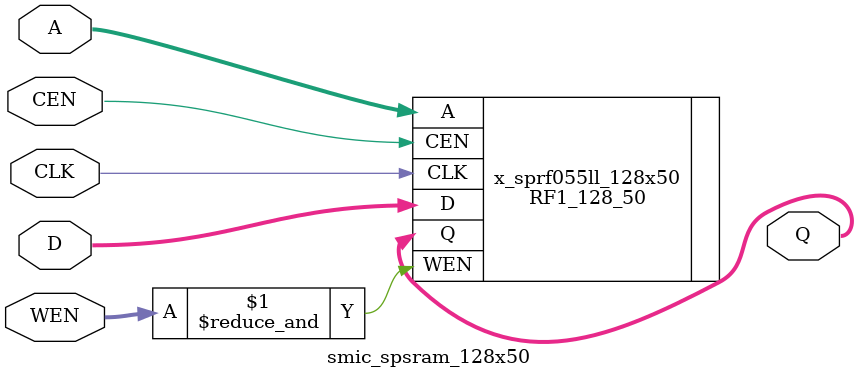
<source format=v>
module smic_spsram_128x50(
  Q,
  CLK,
  CEN,
  WEN,
  A,
  D
);

//**********************************************************
//                  Parameter Definition
//**********************************************************
parameter ADDR_WIDTH = 7;
parameter DATA_WIDTH = 50;
parameter WE_WIDTH   = 5;

output  [DATA_WIDTH-1:0]  Q;
input                     CLK;
input                     CEN;
input   [WE_WIDTH-1:0]    WEN;
input   [ADDR_WIDTH-1:0]  A;
input   [DATA_WIDTH-1:0]  D;

wire    [DATA_WIDTH-1:0]  Q;
wire                      CLK;
wire                      CEN;
wire    [WE_WIDTH-1:0]    WEN;
wire    [ADDR_WIDTH-1:0]  A;
wire    [DATA_WIDTH-1:0]  D;

//############################################
//#             55nm LL technology           #
//############################################
RF1_128_50 x_sprf055ll_128x50(
  .CLK  (CLK),
  .CEN  (CEN),
  .WEN  (&WEN),
  .A    (A),
  .D    (D),
  .Q    (Q)
);

endmodule

</source>
